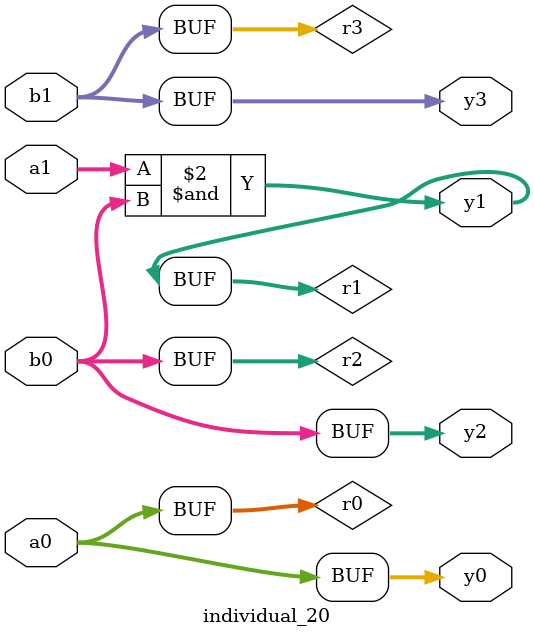
<source format=sv>
module individual_20(input logic [15:0] a1, input logic [15:0] a0, input logic [15:0] b1, input logic [15:0] b0, output logic [15:0] y3, output logic [15:0] y2, output logic [15:0] y1, output logic [15:0] y0);
logic [15:0] r0, r1, r2, r3; 
 always@(*) begin 
	 r0 = a0; r1 = a1; r2 = b0; r3 = b1; 
 	 r1  &=  b0 ;
 	 y3 = r3; y2 = r2; y1 = r1; y0 = r0; 
end
endmodule
</source>
